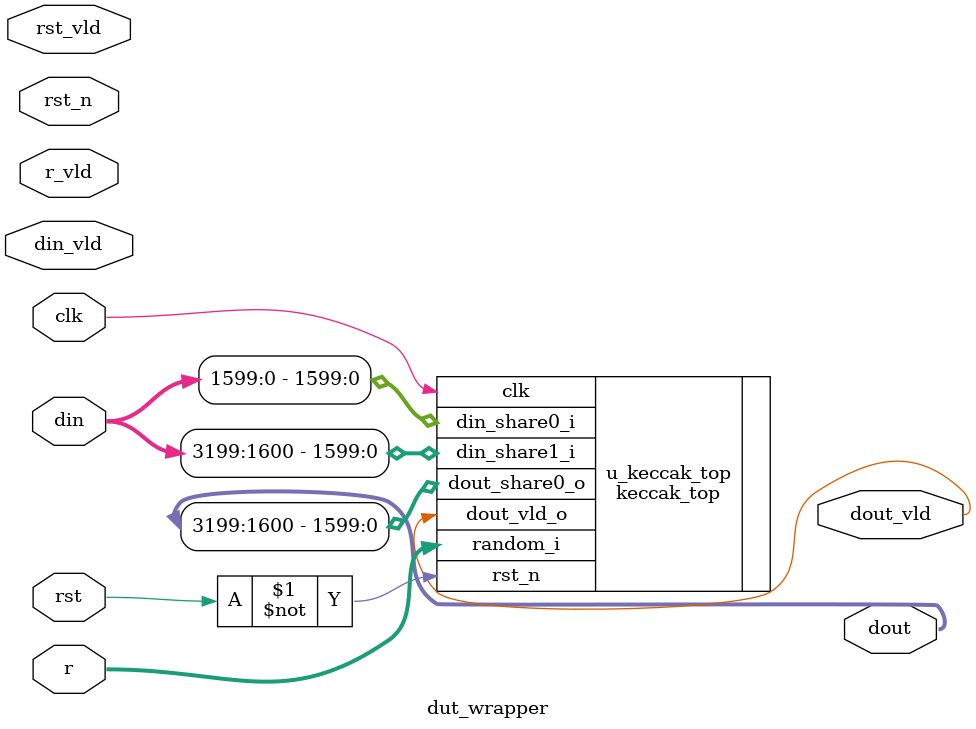
<source format=v>

module dut_wrapper(
    input  wire              clk,
    input  wire              rst,
    input  wire              rst_n,
    input  wire [     2-1:0] r,
    input  wire [2*1600-1:0] din,  // Input shares concatenateed to each other
    output wire [2*1600-1:0] dout,  // Output shares concatenateed to each other
    output wire              dout_vld,
    input  wire              din_vld,
    input  wire              r_vld,
    input  wire              rst_vld
);
  


  keccak_top u_keccak_top(
    .clk            (clk),
    .rst_n          (~rst),
    .random_i       (r[2-1:0]),
    .din_share0_i   (din[1600-1:0]),
    .din_share1_i   (din[3200-1:1600]),
    .dout_share0_o  (dout[1600-1:0]),
    .dout_share0_o  (dout[3200-1:1600]),
    .dout_vld_o     (dout_vld)
  );

endmodule
</source>
